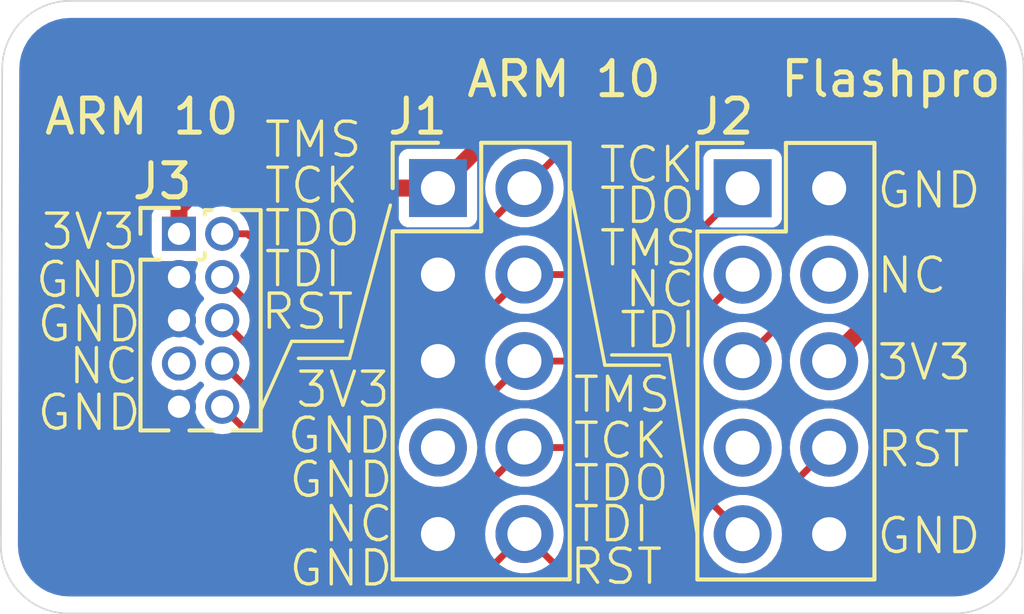
<source format=kicad_pcb>
(kicad_pcb (version 20240108) (generator "pcbnew") (generator_version "8.0")
  (layers (0 "F.Cu" signal) (31 "B.Cu" signal) (34 "B.Paste" user) (35 "F.Paste" user) (36 "B.SilkS" user "B.Silkscreen") (37 "F.SilkS" user "F.Silkscreen") (38 "B.Mask" user) (39 "F.Mask" user) (44 "Edge.Cuts" user))
  (net 0 "")
  (net 1 "Net-(J1-SWO{slash}TDO)")
  (net 2 "+3V3")
  (net 3 "GND")
  (net 4 "Net-(J1-SWDIO{slash}TMS)")
  (net 6 "Net-(J1-~{RESET})")
  (net 7 "Net-(J1-NC{slash}TDI)")
  (net 8 "Net-(J1-SWCLK{slash}TCK)")
  (footprint "Connector_PinHeader_2.54mm:PinHeader_2x05_P2.54mm_Vertical" (layer "F.Cu") (at 127.797 86.499)
    (property "Reference" "J1" (at -0.597 -2.099 0) (layer "F.SilkS"))
    (property "Value" "Conn_ARM_JTAG_SWD_10")
    (fp_line (start -1.33 -1.33) (end 0 -1.33) (stroke (width 0.12)) (layer "F.SilkS"))
    (fp_line (start -1.33 0) (end -1.33 -1.33) (stroke (width 0.12)) (layer "F.SilkS"))
    (fp_line (start -1.33 1.27) (end -1.33 11.49) (stroke (width 0.12)) (layer "F.SilkS"))
    (fp_line (start -1.33 1.27) (end 1.27 1.27) (stroke (width 0.12)) (layer "F.SilkS"))
    (fp_line (start -1.33 11.49) (end 3.87 11.49) (stroke (width 0.12)) (layer "F.SilkS"))
    (fp_line (start 1.27 -1.33) (end 3.87 -1.33) (stroke (width 0.12)) (layer "F.SilkS"))
    (fp_line (start 1.27 1.27) (end 1.27 -1.33) (stroke (width 0.12)) (layer "F.SilkS"))
    (fp_line (start 3.87 -1.33) (end 3.87 11.49) (stroke (width 0.12)) (layer "F.SilkS"))
    (pad "1" thru_hole rect (at 0 0) (size 1.7 1.7) (drill 1) (layers "*.Cu" "*.Mask") (net 2 "+3V3"))
    (pad "2" thru_hole oval (at 2.54 0) (size 1.7 1.7) (drill 1) (layers "*.Cu" "*.Mask") (net 4 "Net-(J1-SWDIO{slash}TMS)"))
    (pad "3" thru_hole oval (at 0 2.54) (size 1.7 1.7) (drill 1) (layers "*.Cu" "*.Mask") (net 3 "GND"))
    (pad "4" thru_hole oval (at 2.54 2.54) (size 1.7 1.7) (drill 1) (layers "*.Cu" "*.Mask") (net 8 "Net-(J1-SWCLK{slash}TCK)"))
    (pad "5" thru_hole oval (at 0 5.08) (size 1.7 1.7) (drill 1) (layers "*.Cu" "*.Mask") (net 3 "GND"))
    (pad "6" thru_hole oval (at 2.54 5.08) (size 1.7 1.7) (drill 1) (layers "*.Cu" "*.Mask") (net 1 "Net-(J1-SWO{slash}TDO)"))
    (pad "7" thru_hole oval (at 0 7.62) (size 1.7 1.7) (drill 1) (layers "*.Cu" "*.Mask"))
    (pad "8" thru_hole oval (at 2.54 7.62) (size 1.7 1.7) (drill 1) (layers "*.Cu" "*.Mask") (net 7 "Net-(J1-NC{slash}TDI)"))
    (pad "9" thru_hole oval (at 0 10.16) (size 1.7 1.7) (drill 1) (layers "*.Cu" "*.Mask") (net 3 "GND"))
    (pad "10" thru_hole oval (at 2.54 10.16) (size 1.7 1.7) (drill 1) (layers "*.Cu" "*.Mask") (net 6 "Net-(J1-~{RESET})"))
  )
  (footprint "Connector_PinHeader_1.27mm:PinHeader_2x05_P1.27mm_Vertical" (layer "F.Cu") (at 120.191 87.841)
    (property "Reference" "J3" (at -0.491 -1.541 0) (layer "F.SilkS"))
    (property "Value" "Conn_ARM_JTAG_SWD_10")
    (fp_line (start -1.13 -0.76) (end 0 -0.76) (stroke (width 0.12)) (layer "F.SilkS"))
    (fp_line (start -1.13 0) (end -1.13 -0.76) (stroke (width 0.12)) (layer "F.SilkS"))
    (fp_line (start -1.13 0.76) (end -1.13 5.775) (stroke (width 0.12)) (layer "F.SilkS"))
    (fp_line (start -1.13 0.76) (end -0.563471 0.76) (stroke (width 0.12)) (layer "F.SilkS"))
    (fp_line (start -1.13 5.775) (end -0.30753 5.775) (stroke (width 0.12)) (layer "F.SilkS"))
    (fp_line (start 0.30753 5.775) (end 0.96247 5.775) (stroke (width 0.12)) (layer "F.SilkS"))
    (fp_line (start 0.563471 0.76) (end 0.706529 0.76) (stroke (width 0.12)) (layer "F.SilkS"))
    (fp_line (start 0.76 -0.695) (end 0.96247 -0.695) (stroke (width 0.12)) (layer "F.SilkS"))
    (fp_line (start 0.76 -0.563471) (end 0.76 -0.695) (stroke (width 0.12)) (layer "F.SilkS"))
    (fp_line (start 0.76 0.706529) (end 0.76 0.563471) (stroke (width 0.12)) (layer "F.SilkS"))
    (fp_line (start 1.57753 -0.695) (end 2.4 -0.695) (stroke (width 0.12)) (layer "F.SilkS"))
    (fp_line (start 1.57753 5.775) (end 2.4 5.775) (stroke (width 0.12)) (layer "F.SilkS"))
    (fp_line (start 2.4 -0.695) (end 2.4 5.775) (stroke (width 0.12)) (layer "F.SilkS"))
    (pad "1" thru_hole rect (at 0 0) (size 1 1) (drill 0.65) (layers "*.Cu" "*.Mask") (net 2 "+3V3"))
    (pad "2" thru_hole oval (at 1.27 0) (size 1 1) (drill 0.65) (layers "*.Cu" "*.Mask") (net 4 "Net-(J1-SWDIO{slash}TMS)"))
    (pad "3" thru_hole oval (at 0 1.27) (size 1 1) (drill 0.65) (layers "*.Cu" "*.Mask") (net 3 "GND"))
    (pad "4" thru_hole oval (at 1.27 1.27) (size 1 1) (drill 0.65) (layers "*.Cu" "*.Mask") (net 8 "Net-(J1-SWCLK{slash}TCK)"))
    (pad "5" thru_hole oval (at 0 2.54) (size 1 1) (drill 0.65) (layers "*.Cu" "*.Mask") (net 3 "GND"))
    (pad "6" thru_hole oval (at 1.27 2.54) (size 1 1) (drill 0.65) (layers "*.Cu" "*.Mask") (net 1 "Net-(J1-SWO{slash}TDO)"))
    (pad "7" thru_hole oval (at 0 3.81) (size 1 1) (drill 0.65) (layers "*.Cu" "*.Mask"))
    (pad "8" thru_hole oval (at 1.27 3.81) (size 1 1) (drill 0.65) (layers "*.Cu" "*.Mask") (net 7 "Net-(J1-NC{slash}TDI)"))
    (pad "9" thru_hole oval (at 0 5.08) (size 1 1) (drill 0.65) (layers "*.Cu" "*.Mask") (net 3 "GND"))
    (pad "10" thru_hole oval (at 1.27 5.08) (size 1 1) (drill 0.65) (layers "*.Cu" "*.Mask") (net 6 "Net-(J1-~{RESET})"))
  )
  (footprint "Connector_PinHeader_2.54mm:PinHeader_2x05_P2.54mm_Vertical" (layer "F.Cu") (at 136.746 86.5035)
    (property "Reference" "J2" (at -0.546 -2.1035 0) (layer "F.SilkS"))
    (property "Value" "Microsemi_FlashPro-JTAG-10")
    (fp_line (start -1.33 -1.33) (end 0 -1.33) (stroke (width 0.12)) (layer "F.SilkS"))
    (fp_line (start -1.33 0) (end -1.33 -1.33) (stroke (width 0.12)) (layer "F.SilkS"))
    (fp_line (start -1.33 1.27) (end -1.33 11.49) (stroke (width 0.12)) (layer "F.SilkS"))
    (fp_line (start -1.33 1.27) (end 1.27 1.27) (stroke (width 0.12)) (layer "F.SilkS"))
    (fp_line (start -1.33 11.49) (end 3.87 11.49) (stroke (width 0.12)) (layer "F.SilkS"))
    (fp_line (start 1.27 -1.33) (end 3.87 -1.33) (stroke (width 0.12)) (layer "F.SilkS"))
    (fp_line (start 1.27 1.27) (end 1.27 -1.33) (stroke (width 0.12)) (layer "F.SilkS"))
    (fp_line (start 3.87 -1.33) (end 3.87 11.49) (stroke (width 0.12)) (layer "F.SilkS"))
    (pad "1" thru_hole rect (at 0 0) (size 1.7 1.7) (drill 1) (layers "*.Cu" "*.Mask") (net 8 "Net-(J1-SWCLK{slash}TCK)"))
    (pad "2" thru_hole oval (at 2.54 0) (size 1.7 1.7) (drill 1) (layers "*.Cu" "*.Mask") (net 3 "GND"))
    (pad "3" thru_hole oval (at 0 2.54) (size 1.7 1.7) (drill 1) (layers "*.Cu" "*.Mask") (net 1 "Net-(J1-SWO{slash}TDO)"))
    (pad "4" thru_hole oval (at 2.54 2.54) (size 1.7 1.7) (drill 1) (layers "*.Cu" "*.Mask"))
    (pad "5" thru_hole oval (at 0 5.08) (size 1.7 1.7) (drill 1) (layers "*.Cu" "*.Mask") (net 4 "Net-(J1-SWDIO{slash}TMS)"))
    (pad "6" thru_hole oval (at 2.54 5.08) (size 1.7 1.7) (drill 1) (layers "*.Cu" "*.Mask") (net 2 "+3V3"))
    (pad "7" thru_hole oval (at 0 7.62) (size 1.7 1.7) (drill 1) (layers "*.Cu" "*.Mask"))
    (pad "8" thru_hole oval (at 2.54 7.62) (size 1.7 1.7) (drill 1) (layers "*.Cu" "*.Mask") (net 6 "Net-(J1-~{RESET})"))
    (pad "9" thru_hole oval (at 0 10.16) (size 1.7 1.7) (drill 1) (layers "*.Cu" "*.Mask") (net 7 "Net-(J1-NC{slash}TDI)"))
    (pad "10" thru_hole oval (at 2.54 10.16) (size 1.7 1.7) (drill 1) (layers "*.Cu" "*.Mask") (net 3 "GND"))
  )
  (gr_line (start 123.5 91) (end 122.6 93) (stroke (width 0.1)) (layer "F.SilkS"))
  (gr_line (start 134.6 91.4) (end 135.4 96.6) (stroke (width 0.1)) (layer "F.SilkS"))
  (gr_line (start 132.7 91.7) (end 131.7 86.6) (stroke (width 0.1)) (layer "F.SilkS"))
  (gr_line (start 125 91) (end 123.5 91) (stroke (width 0.1)) (layer "F.SilkS"))
  (gr_line (start 132.9 91.4) (end 134.6 91.4) (stroke (width 0.1)) (layer "F.SilkS"))
  (gr_line (start 123.7 91.5) (end 125.2 91.5) (stroke (width 0.1)) (layer "F.SilkS"))
  (gr_line (start 125.2 91.5) (end 126.4 87) (stroke (width 0.1)) (layer "F.SilkS"))
  (gr_line (start 134.3 91.7) (end 132.7 91.7) (stroke (width 0.1)) (layer "F.SilkS"))
  (gr_line (start 116.96 98.9925) (end 142.96 98.9925) (stroke (width 0.05)) (layer "Edge.Cuts"))
  (gr_arc (start 143 81) (mid 144.414214 81.585786) (end 145 83) (stroke (width 0.05)) (layer "Edge.Cuts"))
  (gr_arc (start 115 83) (mid 115.585786 81.585786) (end 117 81) (stroke (width 0.05)) (layer "Edge.Cuts"))
  (gr_arc (start 116.96 98.9925) (mid 115.545786 98.406714) (end 114.96 96.9925) (stroke (width 0.05)) (layer "Edge.Cuts"))
  (gr_line (start 117 81) (end 143 81) (stroke (width 0.05)) (layer "Edge.Cuts"))
  (gr_line (start 145 83) (end 144.96 96.9925) (stroke (width 0.05)) (layer "Edge.Cuts"))
  (gr_line (start 115 83) (end 114.96 96.9925) (stroke (width 0.05)) (layer "Edge.Cuts"))
  (gr_arc (start 144.96 96.9925) (mid 144.374214 98.406714) (end 142.96 98.9925) (stroke (width 0.05)) (layer "Edge.Cuts"))
  (gr_text "TCK" (at 122.641 87.011 0) (layer "F.SilkS") (effects (font (size 1 1) (thickness 0.1)) (justify left bottom)))
  (gr_text "3V3" (at 116.091 88.361 0) (layer "F.SilkS") (effects (font (size 1 1) (thickness 0.1)) (justify left bottom)))
  (gr_text "NC" (at 140.6285 89.651 0) (layer "F.SilkS") (effects (font (size 1 1) (thickness 0.1)) (justify left bottom)))
  (gr_text "TMS" (at 131.711 93.151 0) (layer "F.SilkS") (effects (font (size 1 1) (thickness 0.1)) (justify left bottom)))
  (gr_text "GND" (at 115.9135 89.7785 0) (layer "F.SilkS") (effects (font (size 1 1) (thickness 0.1)) (justify left bottom)))
  (gr_text "GND" (at 140.6285 97.2995 0) (layer "F.SilkS") (effects (font (size 1 1) (thickness 0.1)) (justify left bottom)))
  (gr_text "GND" (at 123.361 98.251 0) (layer "F.SilkS") (effects (font (size 1 1) (thickness 0.1)) (justify left bottom)))
  (gr_text "GND" (at 115.9635 93.6785 0) (layer "F.SilkS") (effects (font (size 1 1) (thickness 0.1)) (justify left bottom)))
  (gr_text "3V3" (at 140.6285 92.201 0) (layer "F.SilkS") (effects (font (size 1 1) (thickness 0.1)) (justify left bottom)))
  (gr_text "GND" (at 115.9635 91.0785 0) (layer "F.SilkS") (effects (font (size 1 1) (thickness 0.1)) (justify left bottom)))
  (gr_text "NC" (at 116.891 92.311 0) (layer "F.SilkS") (effects (font (size 1 1) (thickness 0.1)) (justify left bottom)))
  (gr_text "NC" (at 124.361 96.951 0) (layer "F.SilkS") (effects (font (size 1 1) (thickness 0.1)) (justify left bottom)))
  (gr_text "GND" (at 123.311 94.351 0) (layer "F.SilkS") (effects (font (size 1 1) (thickness 0.1)) (justify left bottom)))
  (gr_text "TDO" (at 132.4785 87.601 0) (layer "F.SilkS") (effects (font (size 1 1) (thickness 0.1)) (justify left bottom)))
  (gr_text "TMS" (at 122.641 85.661 0) (layer "F.SilkS") (effects (font (size 1 1) (thickness 0.1)) (justify left bottom)))
  (gr_text "TDI" (at 122.641 89.461 0) (layer "F.SilkS") (effects (font (size 1 1) (thickness 0.1)) (justify left bottom)))
  (gr_text "ARM 10" (at 131.5 83.3 0) (layer "F.SilkS") (effects (font (size 1 1))))
  (gr_text "GND" (at 140.6285 87.151 0) (layer "F.SilkS") (effects (font (size 1 1) (thickness 0.1)) (justify left bottom)))
  (gr_text "TDO" (at 131.711 95.751 0) (layer "F.SilkS") (effects (font (size 1 1) (thickness 0.1)) (justify left bottom)))
  (gr_text "GND" (at 123.361 95.651 0) (layer "F.SilkS") (effects (font (size 1 1) (thickness 0.1)) (justify left bottom)))
  (gr_text "RST" (at 122.541 90.711 0) (layer "F.SilkS") (effects (font (size 1 1) (thickness 0.1)) (justify left bottom)))
  (gr_text "Flashpro" (at 141.1 83.3 0) (layer "F.SilkS") (effects (font (size 1 1))))
  (gr_text "3V3" (at 123.561 93.001 0) (layer "F.SilkS") (effects (font (size 1 1) (thickness 0.1)) (justify left bottom)))
  (gr_text "TCK" (at 131.711 94.501 0) (layer "F.SilkS") (effects (font (size 1 1) (thickness 0.1)) (justify left bottom)))
  (gr_text "TDO" (at 122.641 88.261 0) (layer "F.SilkS") (effects (font (size 1 1) (thickness 0.1)) (justify left bottom)))
  (gr_text "TDI" (at 131.711 96.951 0) (layer "F.SilkS") (effects (font (size 1 1) (thickness 0.1)) (justify left bottom)))
  (gr_text "TCK" (at 132.4785 86.401 0) (layer "F.SilkS") (effects (font (size 1 1) (thickness 0.1)) (justify left bottom)))
  (gr_text "TDI" (at 133.0785 91.251 0) (layer "F.SilkS") (effects (font (size 1 1) (thickness 0.1)) (justify left bottom)))
  (gr_text "TMS" (at 132.4785 88.851 0) (layer "F.SilkS") (effects (font (size 1 1) (thickness 0.1)) (justify left bottom)))
  (gr_text "RST" (at 131.611 98.201 0) (layer "F.SilkS") (effects (font (size 1 1) (thickness 0.1)) (justify left bottom)))
  (gr_text "NC" (at 133.2285 90.051 0) (layer "F.SilkS") (effects (font (size 1 1) (thickness 0.1)) (justify left bottom)))
  (gr_text "ARM 10" (at 119.1 84.4 0) (layer "F.SilkS") (effects (font (size 1 1))))
  (gr_text "RST" (at 140.6285 94.751 0) (layer "F.SilkS") (effects (font (size 1 1) (thickness 0.1)) (justify left bottom)))
  (segment (start 134.2105 91.579) (end 136.746 89.0435) (width 0.2) (layer "F.Cu") (net 1))
  (segment (start 129.095 92.821) (end 130.337 91.579) (width 0.2) (layer "F.Cu") (net 1))
  (segment (start 123.901 92.821) (end 121.461 90.381) (width 0.2) (layer "F.Cu") (net 1))
  (segment (start 134.2105 91.579) (end 130.337 91.579) (width 0.2) (layer "F.Cu") (net 1))
  (segment (start 129.095 92.821) (end 123.901 92.821) (width 0.2) (layer "F.Cu") (net 1))
  (segment (start 140.891 89.9785) (end 139.286 91.5835) (width 0.5) (layer "F.Cu") (net 2))
  (segment (start 127.797 86.499) (end 129.825 84.471) (width 0.5) (layer "F.Cu") (net 2))
  (segment (start 140.891 85.7695) (end 140.891 89.9785) (width 0.5) (layer "F.Cu") (net 2))
  (segment (start 120.191 87.067) (end 120.191 87.841) (width 0.5) (layer "F.Cu") (net 2))
  (segment (start 120.759 86.499) (end 127.797 86.499) (width 0.5) (layer "F.Cu") (net 2))
  (segment (start 129.825 84.471) (end 139.5895 84.471) (width 0.5) (layer "F.Cu") (net 2))
  (segment (start 139.5895 84.471) (end 139.591 84.4695) (width 0.5) (layer "F.Cu") (net 2))
  (segment (start 120.759 86.499) (end 120.191 87.067) (width 0.5) (layer "F.Cu") (net 2))
  (segment (start 139.591 84.4695) (end 140.891 85.7695) (width 0.5) (layer "F.Cu") (net 2))
  (segment (start 130.337 86.499) (end 131.645 85.191) (width 0.2) (layer "F.Cu") (net 4))
  (segment (start 131.645 85.191) (end 137.7595 85.191) (width 0.2) (layer "F.Cu") (net 4))
  (segment (start 128.957 87.879) (end 122.283 87.879) (width 0.2) (layer "F.Cu") (net 4))
  (segment (start 122.283 87.879) (end 122.261 87.901) (width 0.2) (layer "F.Cu") (net 4))
  (segment (start 122.201 87.841) (end 121.461 87.841) (width 0.2) (layer "F.Cu") (net 4))
  (segment (start 137.7595 85.191) (end 137.761 85.1895) (width 0.2) (layer "F.Cu") (net 4))
  (segment (start 128.957 87.879) (end 130.337 86.499) (width 0.2) (layer "F.Cu") (net 4))
  (segment (start 122.261 87.901) (end 122.201 87.841) (width 0.2) (layer "F.Cu") (net 4))
  (segment (start 138.011 85.4395) (end 138.011 90.3185) (width 0.2) (layer "F.Cu") (net 4))
  (segment (start 137.761 85.1895) (end 138.011 85.4395) (width 0.2) (layer "F.Cu") (net 4))
  (segment (start 138.011 90.3185) (end 136.746 91.5835) (width 0.2) (layer "F.Cu") (net 4))
  (segment (start 137.3795 97.981) (end 138.051 97.3095) (width 0.2) (layer "F.Cu") (net 6))
  (segment (start 130.337 96.659) (end 131.659 97.981) (width 0.2) (layer "F.Cu") (net 6))
  (segment (start 130.337 96.659) (end 129.065 97.931) (width 0.2) (layer "F.Cu") (net 6))
  (segment (start 138.051 95.3585) (end 139.286 94.1235) (width 0.2) (layer "F.Cu") (net 6))
  (segment (start 129.065 97.931) (end 126.471 97.931) (width 0.2) (layer "F.Cu") (net 6))
  (segment (start 137.3795 97.981) (end 131.659 97.981) (width 0.2) (layer "F.Cu") (net 6))
  (segment (start 126.471 97.931) (end 121.461 92.921) (width 0.2) (layer "F.Cu") (net 6))
  (segment (start 138.051 97.3095) (end 138.051 95.3585) (width 0.2) (layer "F.Cu") (net 6))
  (segment (start 129.005 95.451) (end 125.261 95.451) (width 0.2) (layer "F.Cu") (net 7))
  (segment (start 135.956 95.8735) (end 136.746 96.6635) (width 0.2) (layer "F.Cu") (net 7))
  (segment (start 134.2015 94.119) (end 135.956 95.8735) (width 0.2) (layer "F.Cu") (net 7))
  (segment (start 134.2 94.1175) (end 135.956 95.8735) (width 0.2) (layer "F.Cu") (net 7))
  (segment (start 134.2 94.1175) (end 134.1985 94.119) (width 0.2) (layer "F.Cu") (net 7))
  (segment (start 134.1985 94.119) (end 130.337 94.119) (width 0.2) (layer "F.Cu") (net 7))
  (segment (start 125.261 95.451) (end 121.461 91.651) (width 0.2) (layer "F.Cu") (net 7))
  (segment (start 130.337 94.119) (end 129.005 95.451) (width 0.2) (layer "F.Cu") (net 7))
  (segment (start 122.681 90.331) (end 121.461 89.111) (width 0.2) (layer "F.Cu") (net 8))
  (segment (start 134.2105 89.039) (end 130.337 89.039) (width 0.2) (layer "F.Cu") (net 8))
  (segment (start 129.045 90.331) (end 122.681 90.331) (width 0.2) (layer "F.Cu") (net 8))
  (segment (start 129.045 90.331) (end 130.337 89.039) (width 0.2) (layer "F.Cu") (net 8))
  (segment (start 134.2105 89.039) (end 136.746 86.5035) (width 0.2) (layer "F.Cu") (net 8))
  (zone (net 3) (net_name "GND") (layer "B.Cu") (connect_pads yes (clearance 0.3)) (min_thickness 0.15) (fill yes (thermal_gap 0.5) (thermal_bridge_width 0.5))
    (polygon (pts (xy 115 81) (xy 145 81) (xy 145 99) (xy 115 99)))
  )
)
</source>
